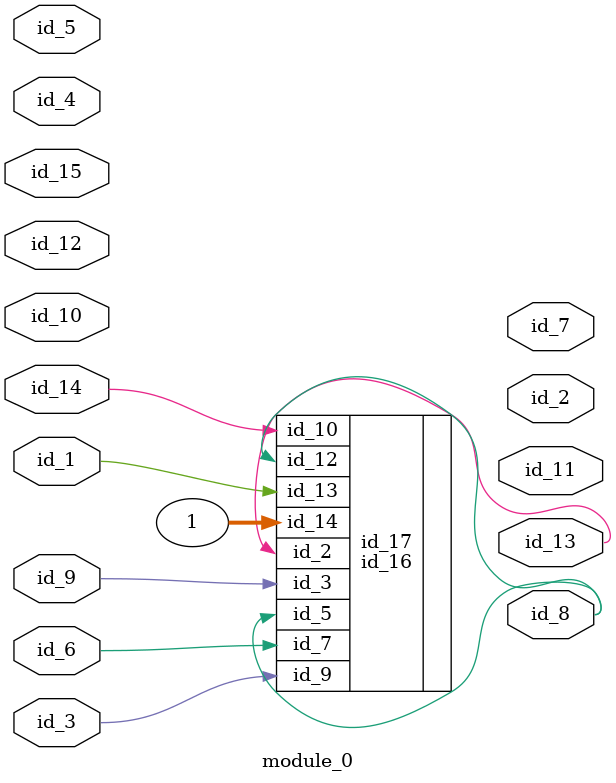
<source format=v>
`define pp_1 0
module module_0 (
    id_1,
    id_2,
    id_3,
    id_4,
    id_5,
    id_6,
    id_7,
    id_8,
    id_9,
    id_10,
    id_11,
    id_12,
    id_13,
    id_14,
    id_15
);
  input id_15;
  input id_14;
  output id_13;
  input id_12;
  output id_11;
  input id_10;
  input id_9;
  output id_8;
  output id_7;
  input id_6;
  input id_5;
  input id_4;
  input id_3;
  output id_2;
  input id_1;
  id_16 id_17 (
      .id_10(id_4),
      .id_14(1),
      .id_12(id_8),
      .id_5 (id_8),
      .id_9 (id_3),
      .id_10(id_6),
      .id_2 (id_13),
      .id_13(id_1),
      .id_7 (id_6),
      .id_10(id_14),
      .id_3 (id_9)
  );
endmodule

</source>
